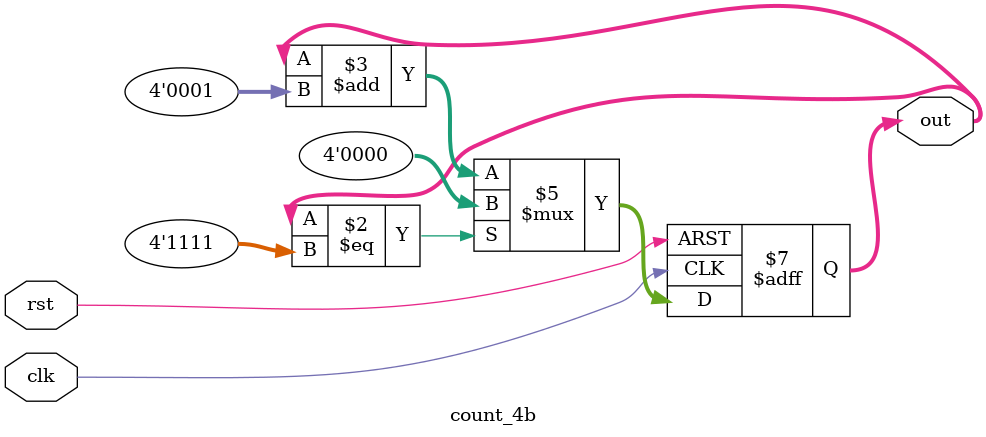
<source format=v>
module count_4b (
    input clk,
    input rst,
    output reg [3:0] out
);
always @(posedge clk or posedge rst) begin
    if (rst)
        out <= 4'h0;
    else if (out == 4'hF)
        out <= 4'h0;
    else
        out <= out + 4'h1;
end
endmodule

</source>
